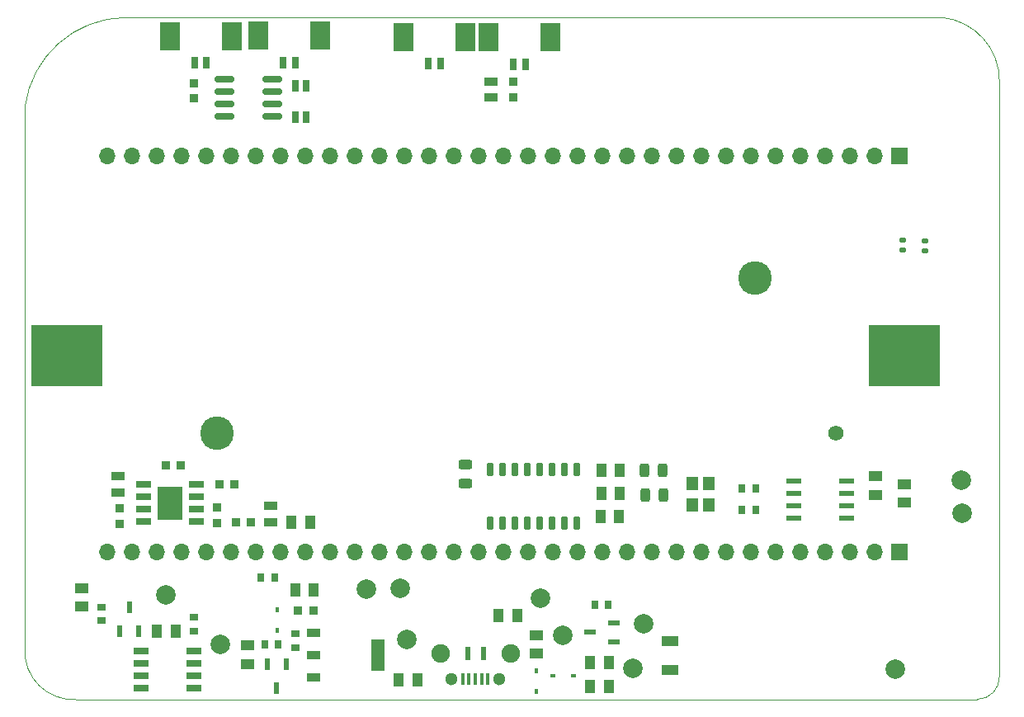
<source format=gbr>
%TF.GenerationSoftware,KiCad,Pcbnew,(6.0.2)*%
%TF.CreationDate,2022-03-20T21:01:56+02:00*%
%TF.ProjectId,main,6d61696e-2e6b-4696-9361-645f70636258,rev?*%
%TF.SameCoordinates,Original*%
%TF.FileFunction,Soldermask,Top*%
%TF.FilePolarity,Negative*%
%FSLAX46Y46*%
G04 Gerber Fmt 4.6, Leading zero omitted, Abs format (unit mm)*
G04 Created by KiCad (PCBNEW (6.0.2)) date 2022-03-20 21:01:56*
%MOMM*%
%LPD*%
G01*
G04 APERTURE LIST*
G04 Aperture macros list*
%AMRoundRect*
0 Rectangle with rounded corners*
0 $1 Rounding radius*
0 $2 $3 $4 $5 $6 $7 $8 $9 X,Y pos of 4 corners*
0 Add a 4 corners polygon primitive as box body*
4,1,4,$2,$3,$4,$5,$6,$7,$8,$9,$2,$3,0*
0 Add four circle primitives for the rounded corners*
1,1,$1+$1,$2,$3*
1,1,$1+$1,$4,$5*
1,1,$1+$1,$6,$7*
1,1,$1+$1,$8,$9*
0 Add four rect primitives between the rounded corners*
20,1,$1+$1,$2,$3,$4,$5,0*
20,1,$1+$1,$4,$5,$6,$7,0*
20,1,$1+$1,$6,$7,$8,$9,0*
20,1,$1+$1,$8,$9,$2,$3,0*%
G04 Aperture macros list end*
%TA.AperFunction,Profile*%
%ADD10C,0.100000*%
%TD*%
%ADD11R,0.730000X0.940000*%
%ADD12R,1.750000X1.050000*%
%ADD13R,0.900000X0.950000*%
%ADD14R,0.450000X0.600000*%
%ADD15R,1.470000X0.970000*%
%ADD16R,0.940000X0.730000*%
%ADD17C,1.570000*%
%ADD18C,3.450000*%
%ADD19R,7.340000X6.350000*%
%ADD20C,2.000000*%
%ADD21R,1.525000X0.700000*%
%ADD22R,2.513000X3.402000*%
%ADD23R,0.600000X0.450000*%
%ADD24R,0.400000X1.250000*%
%ADD25C,1.300000*%
%ADD26C,1.900000*%
%ADD27R,0.600000X1.350000*%
%ADD28RoundRect,0.049600X0.260400X-0.605400X0.260400X0.605400X-0.260400X0.605400X-0.260400X-0.605400X0*%
%ADD29R,1.000000X1.450000*%
%ADD30R,1.450000X1.000000*%
%ADD31RoundRect,0.243750X-0.243750X-0.456250X0.243750X-0.456250X0.243750X0.456250X-0.243750X0.456250X0*%
%ADD32R,0.600000X1.200000*%
%ADD33RoundRect,0.140000X0.170000X-0.140000X0.170000X0.140000X-0.170000X0.140000X-0.170000X-0.140000X0*%
%ADD34R,1.200000X1.400000*%
%ADD35R,1.550000X0.600000*%
%ADD36RoundRect,0.243750X0.456250X-0.243750X0.456250X0.243750X-0.456250X0.243750X-0.456250X-0.243750X0*%
%ADD37R,0.800000X1.300000*%
%ADD38R,2.100000X3.000000*%
%ADD39R,0.950000X0.900000*%
%ADD40RoundRect,0.150000X-0.825000X-0.150000X0.825000X-0.150000X0.825000X0.150000X-0.825000X0.150000X0*%
%ADD41R,1.200000X0.600000*%
%ADD42R,0.800000X1.200000*%
%ADD43R,1.450000X0.950000*%
%ADD44R,1.450000X3.250000*%
%ADD45R,1.700000X1.700000*%
%ADD46O,1.700000X1.700000*%
G04 APERTURE END LIST*
D10*
X189700000Y-76480000D02*
X189700000Y-137400000D01*
X100060000Y-69849999D02*
G75*
G03*
X89700000Y-79080000I93771J-10534423D01*
G01*
X89700000Y-134650000D02*
X89700000Y-79080000D01*
X187390000Y-139830000D02*
G75*
G03*
X189700000Y-137400000I17847J2295998D01*
G01*
X100060000Y-69850000D02*
X183790000Y-69850000D01*
X189700000Y-76480000D02*
G75*
G03*
X183790000Y-69850000I-6555369J105621D01*
G01*
X187390000Y-139830000D02*
X94910000Y-139830000D01*
X89700000Y-134650000D02*
G75*
G03*
X94910000Y-139830000I4932314J-249207D01*
G01*
D11*
%TO.C,C5*%
X114290000Y-134225000D03*
X115710000Y-134225000D03*
%TD*%
D12*
%TO.C,R5*%
X155900000Y-133875000D03*
X155900000Y-136775000D03*
%TD*%
D13*
%TO.C,D3*%
X109675000Y-117725000D03*
X111175000Y-117725000D03*
%TD*%
%TO.C,R8*%
X105725000Y-115800000D03*
X104125000Y-115800000D03*
%TD*%
D14*
%TO.C,D1*%
X142150000Y-136875000D03*
X142150000Y-138975000D03*
%TD*%
D15*
%TO.C,C2*%
X114950000Y-121655000D03*
X114950000Y-119995000D03*
%TD*%
D16*
%TO.C,C6*%
X117450000Y-134485000D03*
X117450000Y-133065000D03*
%TD*%
D17*
%TO.C,BT1*%
X172905000Y-112550000D03*
D18*
X109375000Y-112550000D03*
X164575000Y-96550000D03*
D19*
X93975000Y-104550000D03*
X179975000Y-104550000D03*
%TD*%
D20*
%TO.C,TP2*%
X152050000Y-136675000D03*
%TD*%
D21*
%TO.C,IC1*%
X107287000Y-121580000D03*
X107287000Y-120310000D03*
X107287000Y-119040000D03*
X107287000Y-117770000D03*
X101863000Y-117770000D03*
X101863000Y-119040000D03*
X101863000Y-120310000D03*
X101863000Y-121580000D03*
D22*
X104575000Y-119675000D03*
%TD*%
D23*
%TO.C,D2*%
X146000000Y-137400000D03*
X143900000Y-137400000D03*
%TD*%
D21*
%TO.C,U1*%
X107012000Y-138655000D03*
X107012000Y-137385000D03*
X107012000Y-136115000D03*
X107012000Y-134845000D03*
X101588000Y-134845000D03*
X101588000Y-136115000D03*
X101588000Y-137385000D03*
X101588000Y-138655000D03*
%TD*%
D24*
%TO.C,J5*%
X137225000Y-137750000D03*
X136575000Y-137750000D03*
X135925000Y-137750000D03*
X135275000Y-137750000D03*
X134625000Y-137750000D03*
D25*
X138350000Y-137775000D03*
X133500000Y-137775000D03*
D26*
X139525000Y-135105000D03*
X132325000Y-135105000D03*
D27*
X136725000Y-135100000D03*
X135125000Y-135100000D03*
%TD*%
D28*
%TO.C,U4*%
X137455000Y-121750000D03*
X138725000Y-121750000D03*
X139995000Y-121750000D03*
X141265000Y-121750000D03*
X142535000Y-121750000D03*
X143805000Y-121750000D03*
X145075000Y-121750000D03*
X146345000Y-121750000D03*
X146345000Y-116250000D03*
X145075000Y-116250000D03*
X143805000Y-116250000D03*
X142535000Y-116250000D03*
X141265000Y-116250000D03*
X139995000Y-116250000D03*
X138725000Y-116250000D03*
X137455000Y-116250000D03*
%TD*%
D16*
%TO.C,C7*%
X107025000Y-132835000D03*
X107025000Y-131415000D03*
%TD*%
D29*
%TO.C,R7*%
X149625000Y-138525000D03*
X147725000Y-138525000D03*
%TD*%
D30*
%TO.C,R19*%
X177000000Y-118850000D03*
X177000000Y-116950000D03*
%TD*%
D31*
%TO.C,D7*%
X153262500Y-116300000D03*
X155137500Y-116300000D03*
%TD*%
D32*
%TO.C,Q3*%
X116500000Y-136175000D03*
X114600000Y-136175000D03*
X115550000Y-138675000D03*
%TD*%
D31*
%TO.C,D6*%
X153362500Y-118900000D03*
X155237500Y-118900000D03*
%TD*%
D29*
%TO.C,R1*%
X117075000Y-121650000D03*
X118975000Y-121650000D03*
%TD*%
D33*
%TO.C,C10*%
X179800000Y-93680000D03*
X179800000Y-92720000D03*
%TD*%
D20*
%TO.C,TP12*%
X124700000Y-128500000D03*
%TD*%
D34*
%TO.C,Y1*%
X159850000Y-119900000D03*
X159850000Y-117700000D03*
X158150000Y-117700000D03*
X158150000Y-119900000D03*
%TD*%
D32*
%TO.C,Q2*%
X99450000Y-132850000D03*
X101350000Y-132850000D03*
X100400000Y-130350000D03*
%TD*%
D29*
%TO.C,R6*%
X147725000Y-136075000D03*
X149625000Y-136075000D03*
%TD*%
D16*
%TO.C,C4*%
X97600000Y-130340000D03*
X97600000Y-131760000D03*
%TD*%
D35*
%TO.C,IC3*%
X168600000Y-117395000D03*
X168600000Y-118665000D03*
X168600000Y-119935000D03*
X168600000Y-121205000D03*
X174000000Y-121205000D03*
X174000000Y-119935000D03*
X174000000Y-118665000D03*
X174000000Y-117395000D03*
%TD*%
D29*
%TO.C,R20*%
X148850000Y-118700000D03*
X150750000Y-118700000D03*
%TD*%
D36*
%TO.C,D8*%
X134900000Y-117637500D03*
X134900000Y-115762500D03*
%TD*%
D30*
%TO.C,R2*%
X142150000Y-135150000D03*
X142150000Y-133250000D03*
%TD*%
D20*
%TO.C,TP7*%
X109725000Y-134175000D03*
%TD*%
D37*
%TO.C,J6*%
X108350000Y-74534500D03*
X107100000Y-74534500D03*
D38*
X110900000Y-71784500D03*
X104550000Y-71784500D03*
%TD*%
D39*
%TO.C,R17*%
X139800000Y-76450000D03*
X139800000Y-78050000D03*
%TD*%
D30*
%TO.C,R10*%
X95550000Y-130325000D03*
X95550000Y-128425000D03*
%TD*%
D20*
%TO.C,TP13*%
X128200000Y-128400000D03*
%TD*%
D11*
%TO.C,C12*%
X164710000Y-120400000D03*
X163290000Y-120400000D03*
%TD*%
D29*
%TO.C,R22*%
X150650000Y-121100000D03*
X148750000Y-121100000D03*
%TD*%
%TO.C,R15*%
X105150000Y-132825000D03*
X103250000Y-132825000D03*
%TD*%
D39*
%TO.C,R16*%
X107075000Y-76575000D03*
X107075000Y-78175000D03*
%TD*%
D20*
%TO.C,TP4*%
X142600000Y-129450000D03*
%TD*%
%TO.C,TP8*%
X179000000Y-136750000D03*
%TD*%
D13*
%TO.C,D4*%
X111375000Y-121625000D03*
X112875000Y-121625000D03*
%TD*%
D20*
%TO.C,TP11*%
X185900000Y-120700000D03*
%TD*%
D13*
%TO.C,R13*%
X119350000Y-130675000D03*
X117750000Y-130675000D03*
%TD*%
D29*
%TO.C,R21*%
X148850000Y-116300000D03*
X150750000Y-116300000D03*
%TD*%
D11*
%TO.C,C13*%
X164710000Y-118200000D03*
X163290000Y-118200000D03*
%TD*%
D15*
%TO.C,C8*%
X137500000Y-76420000D03*
X137500000Y-78080000D03*
%TD*%
D11*
%TO.C,C1*%
X148150000Y-130125000D03*
X149570000Y-130125000D03*
%TD*%
D40*
%TO.C,U2*%
X110175000Y-76195000D03*
X110175000Y-77465000D03*
X110175000Y-78735000D03*
X110175000Y-80005000D03*
X115125000Y-80005000D03*
X115125000Y-78735000D03*
X115125000Y-77465000D03*
X115125000Y-76195000D03*
%TD*%
D20*
%TO.C,TP1*%
X144900000Y-133275000D03*
%TD*%
D41*
%TO.C,Q1*%
X150150000Y-133900000D03*
X150150000Y-132000000D03*
X147650000Y-132950000D03*
%TD*%
D20*
%TO.C,TP5*%
X153200000Y-132050000D03*
%TD*%
D14*
%TO.C,D5*%
X115600000Y-130625000D03*
X115600000Y-132725000D03*
%TD*%
D42*
%TO.C,U3*%
X118600000Y-80050000D03*
X117450000Y-80050000D03*
X117450000Y-76850000D03*
X118600000Y-76850000D03*
%TD*%
D11*
%TO.C,C9*%
X113940000Y-127300000D03*
X115360000Y-127300000D03*
%TD*%
D15*
%TO.C,C3*%
X99250000Y-116920000D03*
X99250000Y-118580000D03*
%TD*%
D30*
%TO.C,R12*%
X112525000Y-134275000D03*
X112525000Y-136175000D03*
%TD*%
%TO.C,R18*%
X179900000Y-119650000D03*
X179900000Y-117750000D03*
%TD*%
D29*
%TO.C,R4*%
X140200000Y-131250000D03*
X138300000Y-131250000D03*
%TD*%
D20*
%TO.C,TP3*%
X128900000Y-133700000D03*
%TD*%
%TO.C,TP10*%
X185800000Y-117300000D03*
%TD*%
D37*
%TO.C,J7*%
X117425000Y-74484500D03*
X116175000Y-74484500D03*
D38*
X119975000Y-71734500D03*
X113625000Y-71734500D03*
%TD*%
D39*
%TO.C,R11*%
X109450000Y-120150000D03*
X109450000Y-121750000D03*
%TD*%
D37*
%TO.C,J8*%
X132350000Y-74584500D03*
X131100000Y-74584500D03*
D38*
X134900000Y-71834500D03*
X128550000Y-71834500D03*
%TD*%
D29*
%TO.C,R14*%
X117450000Y-128625000D03*
X119350000Y-128625000D03*
%TD*%
D33*
%TO.C,C11*%
X182100000Y-93760000D03*
X182100000Y-92800000D03*
%TD*%
D29*
%TO.C,R3*%
X128050000Y-137800000D03*
X129950000Y-137800000D03*
%TD*%
D43*
%TO.C,IC2*%
X119325000Y-132960000D03*
X119325000Y-135250000D03*
X119325000Y-137540000D03*
D44*
X125925000Y-135250000D03*
%TD*%
D39*
%TO.C,R9*%
X99400000Y-121800000D03*
X99400000Y-120200000D03*
%TD*%
D37*
%TO.C,J9*%
X141050000Y-74634500D03*
X139800000Y-74634500D03*
D38*
X143600000Y-71884500D03*
X137250000Y-71884500D03*
%TD*%
D20*
%TO.C,TP6*%
X104150000Y-129100000D03*
%TD*%
D45*
%TO.C,J2*%
X179400000Y-84100000D03*
D46*
X176860000Y-84100000D03*
X174320000Y-84100000D03*
X171780000Y-84100000D03*
X169240000Y-84100000D03*
X166700000Y-84100000D03*
X164160000Y-84100000D03*
X161620000Y-84100000D03*
X159080000Y-84100000D03*
X156540000Y-84100000D03*
X154000000Y-84100000D03*
X151460000Y-84100000D03*
X148920000Y-84100000D03*
X146380000Y-84100000D03*
X143840000Y-84100000D03*
X141300000Y-84100000D03*
X138760000Y-84100000D03*
X136220000Y-84100000D03*
X133680000Y-84100000D03*
X131140000Y-84100000D03*
X128600000Y-84100000D03*
X126060000Y-84100000D03*
X123520000Y-84100000D03*
X120980000Y-84100000D03*
X118440000Y-84100000D03*
X115900000Y-84100000D03*
X113360000Y-84100000D03*
X110820000Y-84100000D03*
X108280000Y-84100000D03*
X105740000Y-84100000D03*
X103200000Y-84100000D03*
X100660000Y-84100000D03*
X98120000Y-84100000D03*
%TD*%
D45*
%TO.C,J3*%
X179440000Y-124700000D03*
D46*
X176900000Y-124700000D03*
X174360000Y-124700000D03*
X171820000Y-124700000D03*
X169280000Y-124700000D03*
X166740000Y-124700000D03*
X164200000Y-124700000D03*
X161660000Y-124700000D03*
X159120000Y-124700000D03*
X156580000Y-124700000D03*
X154040000Y-124700000D03*
X151500000Y-124700000D03*
X148960000Y-124700000D03*
X146420000Y-124700000D03*
X143880000Y-124700000D03*
X141340000Y-124700000D03*
X138800000Y-124700000D03*
X136260000Y-124700000D03*
X133720000Y-124700000D03*
X131180000Y-124700000D03*
X128640000Y-124700000D03*
X126100000Y-124700000D03*
X123560000Y-124700000D03*
X121020000Y-124700000D03*
X118480000Y-124700000D03*
X115940000Y-124700000D03*
X113400000Y-124700000D03*
X110860000Y-124700000D03*
X108320000Y-124700000D03*
X105780000Y-124700000D03*
X103240000Y-124700000D03*
X100700000Y-124700000D03*
X98160000Y-124700000D03*
%TD*%
M02*

</source>
